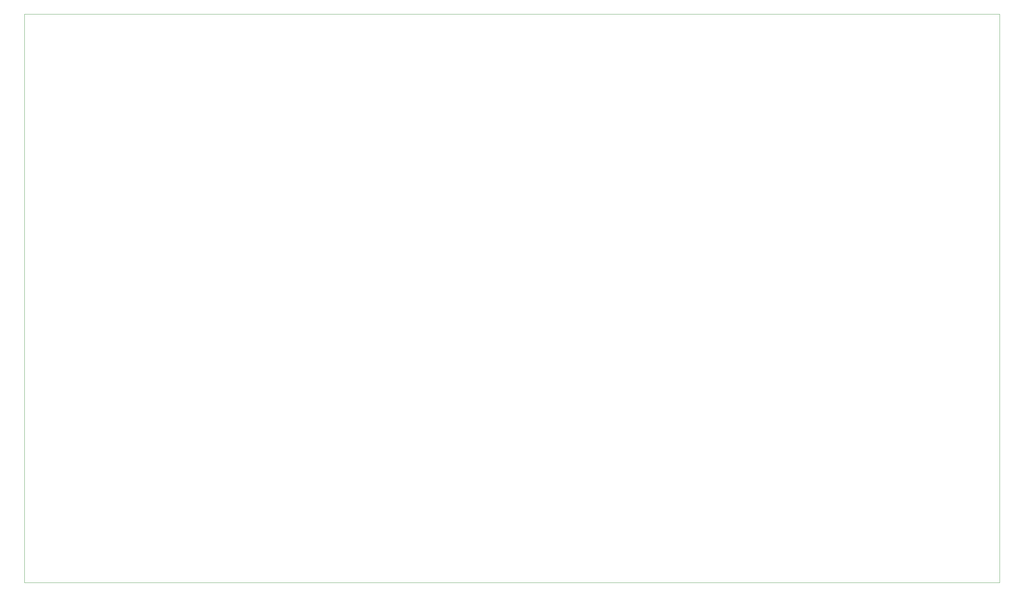
<source format=gbr>
%TF.GenerationSoftware,KiCad,Pcbnew,8.0.8*%
%TF.CreationDate,2025-03-13T09:52:44+00:00*%
%TF.ProjectId,Beehive_Monitor_main_PCB,42656568-6976-4655-9f4d-6f6e69746f72,rev?*%
%TF.SameCoordinates,Original*%
%TF.FileFunction,Profile,NP*%
%FSLAX46Y46*%
G04 Gerber Fmt 4.6, Leading zero omitted, Abs format (unit mm)*
G04 Created by KiCad (PCBNEW 8.0.8) date 2025-03-13 09:52:44*
%MOMM*%
%LPD*%
G01*
G04 APERTURE LIST*
%TA.AperFunction,Profile*%
%ADD10C,0.050000*%
%TD*%
G04 APERTURE END LIST*
D10*
X50075000Y-49900000D02*
X307290000Y-49900000D01*
X307290000Y-200025000D01*
X50075000Y-200025000D01*
X50075000Y-49900000D01*
M02*

</source>
